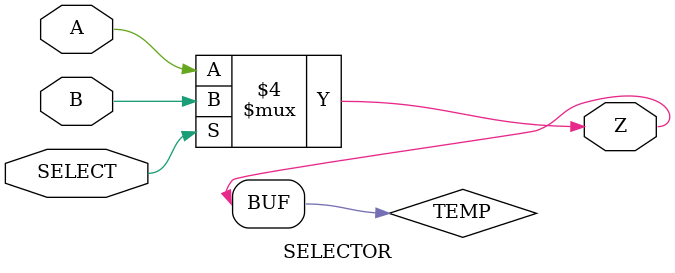
<source format=v>
module SELECTOR(A,B,SELECT,Z);
  input A,B;
  input SELECT;
  output Z;
  reg TEMP;

  always @(A or B or SELECT)
    if(!SELECT)
      TEMP <= A;
    else
      TEMP <= B;
    
    assign Z = TEMP;
endmodule

</source>
